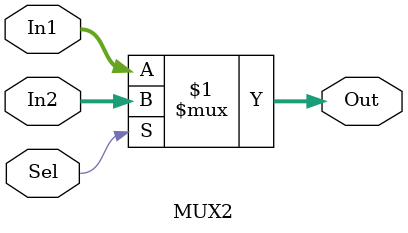
<source format=v>
module MUX2 (
    input [7:0] In1,
    input [7:0] In2,
    input Sel,
    output [7:0] Out
);
    assign Out = Sel ? In2 : In1;
endmodule

</source>
